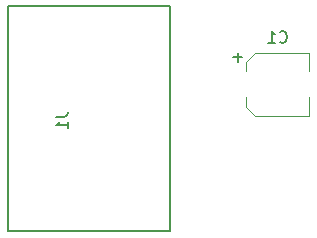
<source format=gbo>
G04 #@! TF.GenerationSoftware,KiCad,Pcbnew,5.0.0-fee4fd1~66~ubuntu18.04.1*
G04 #@! TF.CreationDate,2018-09-21T09:17:30-04:00*
G04 #@! TF.ProjectId,FrontPanel,46726F6E7450616E656C2E6B69636164,rev?*
G04 #@! TF.SameCoordinates,Original*
G04 #@! TF.FileFunction,Legend,Bot*
G04 #@! TF.FilePolarity,Positive*
%FSLAX46Y46*%
G04 Gerber Fmt 4.6, Leading zero omitted, Abs format (unit mm)*
G04 Created by KiCad (PCBNEW 5.0.0-fee4fd1~66~ubuntu18.04.1) date Fri Sep 21 09:17:30 2018*
%MOMM*%
%LPD*%
G01*
G04 APERTURE LIST*
%ADD10C,0.120000*%
%ADD11C,0.150000*%
G04 APERTURE END LIST*
D10*
G04 #@! TO.C,C1*
X90870000Y-110340000D02*
X90870000Y-108790000D01*
X90870000Y-105010000D02*
X90870000Y-106560000D01*
X85530000Y-105770000D02*
X85530000Y-106560000D01*
X85530000Y-109580000D02*
X85530000Y-108790000D01*
X90870000Y-110340000D02*
X86290000Y-110340000D01*
X86290000Y-110340000D02*
X85530000Y-109580000D01*
X85530000Y-105770000D02*
X86290000Y-105010000D01*
X86290000Y-105010000D02*
X90870000Y-105010000D01*
D11*
G04 #@! TO.C,J1*
X65404000Y-119382000D02*
X65404000Y-120144000D01*
X79120000Y-120144000D02*
X65658000Y-120144000D01*
X65658000Y-120144000D02*
X65404000Y-120144000D01*
X65404000Y-120144000D02*
X65404000Y-119382000D01*
X79120000Y-120144000D02*
X79120000Y-101094000D01*
X79120000Y-101094000D02*
X65404000Y-101094000D01*
X65404000Y-101094000D02*
X65404000Y-119128000D01*
X65404000Y-119128000D02*
X65404000Y-119636000D01*
G04 #@! TO.C,C1*
X88366666Y-104087142D02*
X88414285Y-104134761D01*
X88557142Y-104182380D01*
X88652380Y-104182380D01*
X88795238Y-104134761D01*
X88890476Y-104039523D01*
X88938095Y-103944285D01*
X88985714Y-103753809D01*
X88985714Y-103610952D01*
X88938095Y-103420476D01*
X88890476Y-103325238D01*
X88795238Y-103230000D01*
X88652380Y-103182380D01*
X88557142Y-103182380D01*
X88414285Y-103230000D01*
X88366666Y-103277619D01*
X87414285Y-104182380D02*
X87985714Y-104182380D01*
X87700000Y-104182380D02*
X87700000Y-103182380D01*
X87795238Y-103325238D01*
X87890476Y-103420476D01*
X87985714Y-103468095D01*
X85200952Y-105381428D02*
X84439047Y-105381428D01*
X84820000Y-105762380D02*
X84820000Y-105000476D01*
G04 #@! TO.C,J1*
X69428380Y-110412666D02*
X70142666Y-110412666D01*
X70285523Y-110365047D01*
X70380761Y-110269809D01*
X70428380Y-110126952D01*
X70428380Y-110031714D01*
X70428380Y-111412666D02*
X70428380Y-110841238D01*
X70428380Y-111126952D02*
X69428380Y-111126952D01*
X69571238Y-111031714D01*
X69666476Y-110936476D01*
X69714095Y-110841238D01*
G04 #@! TD*
M02*

</source>
